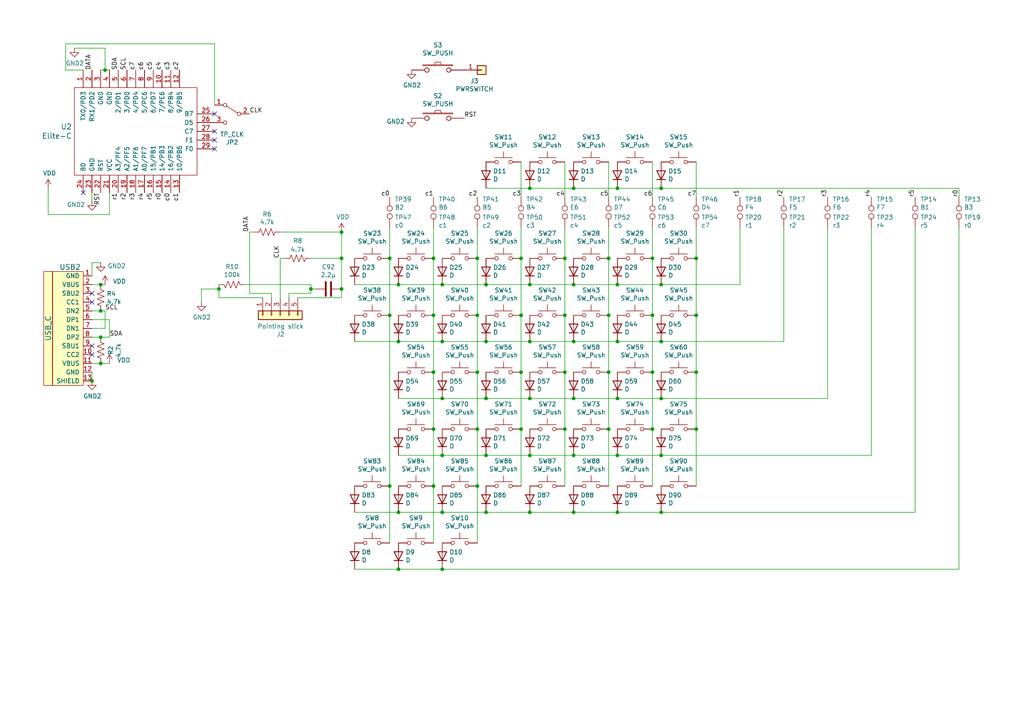
<source format=kicad_sch>
(kicad_sch (version 20211123) (generator eeschema)
  (paper "A4")
  (title_block (title "ThinKeys13") (rev "v0.2") (company "Modulo Industries"))
  (junction (at 113.03 74.93))
  (junction (at 138.43 140.97))
  (junction (at 179.07 148.59))
  (junction (at 113.03 91.44))
  (junction (at 115.57 99.06))
  (junction (at 29.21 90.17))
  (junction (at 153.67 148.59))
  (junction (at 179.07 99.06))
  (junction (at 189.23 91.44))
  (junction (at 201.93 124.46))
  (junction (at 90.17 83.82))
  (junction (at 153.67 82.55))
  (junction (at 163.83 124.46))
  (junction (at 138.43 107.95))
  (junction (at 166.37 54.61))
  (junction (at 191.77 54.61))
  (junction (at 191.77 99.06))
  (junction (at 29.21 82.55))
  (junction (at 163.83 74.93))
  (junction (at 176.53 91.44))
  (junction (at 140.97 115.57))
  (junction (at 153.67 115.57))
  (junction (at 166.37 115.57))
  (junction (at 189.23 124.46))
  (junction (at 191.77 148.59))
  (junction (at 99.06 74.93))
  (junction (at 99.06 83.82))
  (junction (at 138.43 74.93))
  (junction (at 140.97 99.06))
  (junction (at 29.21 97.79))
  (junction (at 166.37 132.08))
  (junction (at 166.37 148.59))
  (junction (at 128.27 115.57))
  (junction (at 151.13 124.46))
  (junction (at 176.53 107.95))
  (junction (at 125.73 91.44))
  (junction (at 128.27 99.06))
  (junction (at 151.13 91.44))
  (junction (at 191.77 115.57))
  (junction (at 125.73 74.93))
  (junction (at 201.93 91.44))
  (junction (at 113.03 140.97))
  (junction (at 151.13 107.95))
  (junction (at 138.43 91.44))
  (junction (at 26.67 110.49))
  (junction (at 115.57 82.55))
  (junction (at 30.48 20.32))
  (junction (at 201.93 74.93))
  (junction (at 153.67 54.61))
  (junction (at 63.5 83.82))
  (junction (at 138.43 124.46))
  (junction (at 153.67 99.06))
  (junction (at 128.27 148.59))
  (junction (at 179.07 82.55))
  (junction (at 191.77 132.08))
  (junction (at 163.83 91.44))
  (junction (at 29.21 105.41))
  (junction (at 179.07 115.57))
  (junction (at 125.73 124.46))
  (junction (at 179.07 54.61))
  (junction (at 166.37 99.06))
  (junction (at 176.53 124.46))
  (junction (at 151.13 74.93))
  (junction (at 128.27 132.08))
  (junction (at 128.27 82.55))
  (junction (at 115.57 148.59))
  (junction (at 163.83 107.95))
  (junction (at 99.06 67.31))
  (junction (at 140.97 82.55))
  (junction (at 191.77 82.55))
  (junction (at 189.23 107.95))
  (junction (at 179.07 132.08))
  (junction (at 201.93 107.95))
  (junction (at 166.37 82.55))
  (junction (at 115.57 165.1))
  (junction (at 140.97 132.08))
  (junction (at 153.67 132.08))
  (junction (at 125.73 140.97))
  (junction (at 176.53 74.93))
  (junction (at 189.23 74.93))
  (junction (at 125.73 107.95))
  (junction (at 140.97 148.59))
  (junction (at 128.27 165.1))
  (no_connect (at 26.67 100.33))
  (no_connect (at 62.23 33.02))
  (no_connect (at 26.67 87.63))
  (no_connect (at 62.23 38.1))
  (no_connect (at 26.67 85.09))
  (no_connect (at 26.67 102.87))
  (no_connect (at 24.13 55.88))
  (no_connect (at 62.23 43.18))
  (no_connect (at 62.23 40.64))
  (wire (pts (xy 166.37 82.55) (xy 153.67 82.55)))
  (wire (pts (xy 128.27 99.06) (xy 140.97 99.06)))
  (wire (pts (xy 166.37 132.08) (xy 179.07 132.08)))
  (wire (pts (xy 191.77 148.59) (xy 179.07 148.59)))
  (wire (pts (xy 227.33 66.04) (xy 227.33 99.06)))
  (wire (pts (xy 99.06 74.93) (xy 99.06 83.82)))
  (wire (pts (xy 113.03 66.04) (xy 113.03 74.93)))
  (wire (pts (xy 191.77 148.59) (xy 265.43 148.59)))
  (wire (pts (xy 138.43 140.97) (xy 138.43 124.46)))
  (wire (pts (xy 81.28 74.93) (xy 82.55 74.93)))
  (wire (pts (xy 163.83 91.44) (xy 163.83 107.95)))
  (wire (pts (xy 128.27 165.1) (xy 278.13 165.1)))
  (wire (pts (xy 179.07 99.06) (xy 191.77 99.06)))
  (wire (pts (xy 115.57 148.59) (xy 102.87 148.59)))
  (wire (pts (xy 191.77 132.08) (xy 252.73 132.08)))
  (wire (pts (xy 176.53 124.46) (xy 176.53 140.97)))
  (wire (pts (xy 176.53 124.46) (xy 176.53 107.95)))
  (wire (pts (xy 90.17 82.55) (xy 90.17 83.82)))
  (wire (pts (xy 151.13 91.44) (xy 151.13 74.93)))
  (wire (pts (xy 115.57 132.08) (xy 128.27 132.08)))
  (wire (pts (xy 179.07 132.08) (xy 191.77 132.08)))
  (wire (pts (xy 240.03 115.57) (xy 240.03 66.04)))
  (wire (pts (xy 19.05 20.32) (xy 19.05 12.7)))
  (wire (pts (xy 163.83 66.04) (xy 163.83 74.93)))
  (wire (pts (xy 26.67 97.79) (xy 29.21 97.79)))
  (wire (pts (xy 26.67 90.17) (xy 29.21 90.17)))
  (wire (pts (xy 176.53 91.44) (xy 176.53 74.93)))
  (wire (pts (xy 125.73 107.95) (xy 125.73 124.46)))
  (wire (pts (xy 278.13 66.04) (xy 278.13 165.1)))
  (wire (pts (xy 102.87 165.1) (xy 115.57 165.1)))
  (wire (pts (xy 201.93 140.97) (xy 201.93 124.46)))
  (wire (pts (xy 140.97 99.06) (xy 153.67 99.06)))
  (wire (pts (xy 189.23 66.04) (xy 189.23 74.93)))
  (wire (pts (xy 252.73 66.04) (xy 252.73 132.08)))
  (wire (pts (xy 83.82 85.09) (xy 83.82 86.36)))
  (wire (pts (xy 90.17 85.09) (xy 83.82 85.09)))
  (wire (pts (xy 163.83 74.93) (xy 163.83 91.44)))
  (wire (pts (xy 138.43 74.93) (xy 138.43 91.44)))
  (wire (pts (xy 138.43 74.93) (xy 138.43 66.04)))
  (wire (pts (xy 189.23 140.97) (xy 189.23 124.46)))
  (wire (pts (xy 29.21 105.41) (xy 31.75 105.41)))
  (wire (pts (xy 31.75 62.23) (xy 13.97 62.23)))
  (wire (pts (xy 151.13 66.04) (xy 151.13 74.93)))
  (wire (pts (xy 29.21 90.17) (xy 30.48 90.17)))
  (wire (pts (xy 62.23 30.48) (xy 62.23 12.7)))
  (wire (pts (xy 31.75 92.71) (xy 31.75 97.79)))
  (wire (pts (xy 76.2 86.36) (xy 63.5 86.36)))
  (wire (pts (xy 26.67 82.55) (xy 29.21 82.55)))
  (wire (pts (xy 29.21 76.2) (xy 26.67 76.2)))
  (wire (pts (xy 128.27 115.57) (xy 115.57 115.57)))
  (wire (pts (xy 125.73 140.97) (xy 125.73 157.48)))
  (wire (pts (xy 26.67 107.95) (xy 26.67 110.49)))
  (wire (pts (xy 115.57 99.06) (xy 128.27 99.06)))
  (wire (pts (xy 179.07 115.57) (xy 166.37 115.57)))
  (wire (pts (xy 58.42 83.82) (xy 63.5 83.82)))
  (wire (pts (xy 191.77 99.06) (xy 227.33 99.06)))
  (wire (pts (xy 179.07 82.55) (xy 166.37 82.55)))
  (wire (pts (xy 176.53 107.95) (xy 176.53 91.44)))
  (wire (pts (xy 166.37 148.59) (xy 153.67 148.59)))
  (wire (pts (xy 30.48 95.25) (xy 30.48 90.17)))
  (wire (pts (xy 26.67 58.42) (xy 26.67 55.88)))
  (wire (pts (xy 151.13 124.46) (xy 151.13 107.95)))
  (wire (pts (xy 151.13 124.46) (xy 151.13 140.97)))
  (wire (pts (xy 138.43 107.95) (xy 138.43 124.46)))
  (wire (pts (xy 265.43 148.59) (xy 265.43 66.04)))
  (wire (pts (xy 201.93 107.95) (xy 201.93 124.46)))
  (wire (pts (xy 81.28 67.31) (xy 99.06 67.31)))
  (wire (pts (xy 125.73 66.04) (xy 125.73 74.93)))
  (wire (pts (xy 201.93 74.93) (xy 201.93 66.04)))
  (wire (pts (xy 153.67 82.55) (xy 140.97 82.55)))
  (wire (pts (xy 102.87 99.06) (xy 115.57 99.06)))
  (wire (pts (xy 163.83 140.97) (xy 163.83 124.46)))
  (wire (pts (xy 191.77 115.57) (xy 240.03 115.57)))
  (wire (pts (xy 153.67 99.06) (xy 166.37 99.06)))
  (wire (pts (xy 191.77 82.55) (xy 179.07 82.55)))
  (wire (pts (xy 153.67 54.61) (xy 166.37 54.61)))
  (wire (pts (xy 140.97 82.55) (xy 128.27 82.55)))
  (wire (pts (xy 63.5 83.82) (xy 63.5 86.36)))
  (wire (pts (xy 72.39 67.31) (xy 72.39 85.09)))
  (wire (pts (xy 179.07 54.61) (xy 191.77 54.61)))
  (wire (pts (xy 31.75 92.71) (xy 26.67 92.71)))
  (wire (pts (xy 19.05 20.32) (xy 24.13 20.32)))
  (wire (pts (xy 90.17 83.82) (xy 90.17 85.09)))
  (wire (pts (xy 113.03 140.97) (xy 113.03 157.48)))
  (wire (pts (xy 140.97 54.61) (xy 153.67 54.61)))
  (wire (pts (xy 140.97 132.08) (xy 153.67 132.08)))
  (wire (pts (xy 125.73 74.93) (xy 125.73 91.44)))
  (wire (pts (xy 189.23 57.15) (xy 189.23 46.99)))
  (wire (pts (xy 189.23 74.93) (xy 189.23 91.44)))
  (wire (pts (xy 113.03 74.93) (xy 113.03 91.44)))
  (wire (pts (xy 176.53 66.04) (xy 176.53 74.93)))
  (wire (pts (xy 189.23 107.95) (xy 189.23 124.46)))
  (wire (pts (xy 91.44 83.82) (xy 90.17 83.82)))
  (wire (pts (xy 81.28 74.93) (xy 81.28 86.36)))
  (wire (pts (xy 163.83 107.95) (xy 163.83 124.46)))
  (wire (pts (xy 78.74 85.09) (xy 78.74 86.36)))
  (wire (pts (xy 13.97 62.23) (xy 13.97 54.61)))
  (wire (pts (xy 191.77 82.55) (xy 214.63 82.55)))
  (wire (pts (xy 71.12 82.55) (xy 90.17 82.55)))
  (wire (pts (xy 201.93 74.93) (xy 201.93 91.44)))
  (wire (pts (xy 278.13 54.61) (xy 278.13 57.15)))
  (wire (pts (xy 153.67 132.08) (xy 166.37 132.08)))
  (wire (pts (xy 30.48 95.25) (xy 26.67 95.25)))
  (wire (pts (xy 63.5 83.82) (xy 63.5 82.55)))
  (wire (pts (xy 176.53 46.99) (xy 176.53 57.15)))
  (wire (pts (xy 86.36 86.36) (xy 99.06 86.36)))
  (wire (pts (xy 214.63 82.55) (xy 214.63 66.04)))
  (wire (pts (xy 115.57 165.1) (xy 128.27 165.1)))
  (wire (pts (xy 29.21 97.79) (xy 31.75 97.79)))
  (wire (pts (xy 30.48 20.32) (xy 31.75 20.32)))
  (wire (pts (xy 189.23 91.44) (xy 189.23 107.95)))
  (wire (pts (xy 201.93 46.99) (xy 201.93 57.15)))
  (wire (pts (xy 153.67 148.59) (xy 140.97 148.59)))
  (wire (pts (xy 30.48 13.97) (xy 21.59 13.97)))
  (wire (pts (xy 166.37 54.61) (xy 179.07 54.61)))
  (wire (pts (xy 113.03 91.44) (xy 113.03 140.97)))
  (wire (pts (xy 115.57 82.55) (xy 102.87 82.55)))
  (wire (pts (xy 140.97 148.59) (xy 128.27 148.59)))
  (wire (pts (xy 201.93 91.44) (xy 201.93 107.95)))
  (wire (pts (xy 29.21 82.55) (xy 30.48 82.55)))
  (wire (pts (xy 166.37 115.57) (xy 153.67 115.57)))
  (wire (pts (xy 72.39 67.31) (xy 73.66 67.31)))
  (wire (pts (xy 151.13 107.95) (xy 151.13 91.44)))
  (wire (pts (xy 140.97 115.57) (xy 128.27 115.57)))
  (wire (pts (xy 179.07 148.59) (xy 166.37 148.59)))
  (wire (pts (xy 125.73 124.46) (xy 125.73 140.97)))
  (wire (pts (xy 153.67 115.57) (xy 140.97 115.57)))
  (wire (pts (xy 163.83 46.99) (xy 163.83 57.15)))
  (wire (pts (xy 31.75 55.88) (xy 31.75 62.23)))
  (wire (pts (xy 138.43 91.44) (xy 138.43 107.95)))
  (wire (pts (xy 138.43 140.97) (xy 138.43 157.48)))
  (wire (pts (xy 128.27 148.59) (xy 115.57 148.59)))
  (wire (pts (xy 30.48 13.97) (xy 30.48 20.32)))
  (wire (pts (xy 26.67 105.41) (xy 29.21 105.41)))
  (wire (pts (xy 191.77 54.61) (xy 278.13 54.61)))
  (wire (pts (xy 128.27 82.55) (xy 115.57 82.55)))
  (wire (pts (xy 128.27 132.08) (xy 140.97 132.08)))
  (wire (pts (xy 166.37 99.06) (xy 179.07 99.06)))
  (wire (pts (xy 19.05 12.7) (xy 62.23 12.7)))
  (wire (pts (xy 29.21 20.32) (xy 30.48 20.32)))
  (wire (pts (xy 191.77 115.57) (xy 179.07 115.57)))
  (wire (pts (xy 99.06 83.82) (xy 99.06 86.36)))
  (wire (pts (xy 58.42 87.63) (xy 58.42 83.82)))
  (wire (pts (xy 125.73 91.44) (xy 125.73 107.95)))
  (wire (pts (xy 72.39 85.09) (xy 78.74 85.09)))
  (wire (pts (xy 151.13 46.99) (xy 151.13 57.15)))
  (wire (pts (xy 26.67 80.01) (xy 26.67 76.2)))
  (wire (pts (xy 90.17 74.93) (xy 99.06 74.93)))
  (wire (pts (xy 99.06 67.31) (xy 99.06 74.93)))
  (label "c6" (at 41.91 20.32 90))
  (label "SCL" (at 30.48 90.17 0))
  (label "c3" (at 151.13 57.15 180))
  (label "c0" (at 113.03 57.15 180))
  (label "c3" (at 49.53 20.32 90))
  (label "r0" (at 278.13 57.15 90))
  (label "c4" (at 46.99 20.32 90))
  (label "SCL" (at 36.83 20.32 90))
  (label "r4" (at 252.73 57.15 90))
  (label "r3" (at 240.03 57.15 90))
  (label "r5" (at 44.45 55.88 270))
  (label "c6" (at 189.23 57.15 180))
  (label "c5" (at 44.45 20.32 90))
  (label "c4" (at 163.83 57.15 180))
  (label "SDA" (at 34.29 20.32 90))
  (label "RST" (at 29.21 55.88 270))
  (label "DATA" (at 26.67 20.32 90))
  (label "r1" (at 34.29 55.88 270))
  (label "r4" (at 41.91 55.88 270))
  (label "c1" (at 125.73 57.15 180))
  (label "r5" (at 265.43 57.15 90))
  (label "r1" (at 214.63 57.15 90))
  (label "c7" (at 39.37 20.32 90))
  (label "r0" (at 46.99 55.88 270))
  (label "r3" (at 39.37 55.88 270))
  (label "r2" (at 227.33 57.15 90))
  (label "c5" (at 176.53 57.15 180))
  (label "RST" (at 134.62 34.29 0))
  (label "DATA" (at 72.39 67.31 90))
  (label "CLK" (at 81.28 74.93 90))
  (label "c2" (at 52.07 20.32 90))
  (label "c1" (at 52.07 55.88 270))
  (label "r2" (at 36.83 55.88 270))
  (label "CLK" (at 72.39 33.02 0))
  (label "c7" (at 201.93 57.15 180))
  (label "c2" (at 138.43 57.15 180))
  (label "c0" (at 49.53 55.88 270))
  (label "SDA" (at 31.75 97.79 0))
  (symbol (lib_id "kbd:SW_PUSH") (at 127 20.32 0) (unit 1)
    (property "Reference" "S3" (at 127 13.081 0))
    (property "Value" "SW_PUSH" (at 127 15.3924 0))
    (property "Footprint" "Button_Switch_SMD:SW_SPST_EVQQ2" (effects hide))
    (property "LCSC Part" "C713483" (effects hide))
  )
  (symbol (lib_id "Connector_Generic:Conn_01x01") (at 139.7 20.32 0) (mirror x) (unit 1)
    (property "Reference" "J3" (at 137.6172 23.495 0))
    (property "Value" "PWRSWITCH" (at 137.6172 25.8064 0))
    (property "Footprint" "libmodulo:PinHeader_1x01_P2.54mm_Horizontal" (effects hide))
  )
  (symbol (lib_id "kbd:SW_PUSH") (at 127 34.29 0) (mirror y) (unit 1)
    (property "Reference" "S2" (at 127 27.813 0))
    (property "Value" "SW_PUSH" (at 127 30.1244 0))
    (property "Footprint" "Button_Switch_SMD:SW_SPST_EVQQ2" (effects hide))
    (property "LCSC Part" "C713483" (effects hide))
  )
  (symbol (lib_id "power:GND2") (at 26.67 58.42 0) (unit 1)
    (property "Reference" "#PWR0105" (effects hide))
    (property "Value" "GND2" (at 24.6888 59.3598 0) (effects (justify right)))
  )
  (symbol (lib_id "power:GND2") (at 21.59 13.97 0) (unit 1)
    (property "Reference" "#PWR0106" (effects hide))
    (property "Value" "GND2" (at 21.717 18.3642 0))
  )
  (symbol (lib_id "Connector:TestPoint") (at 176.53 66.04 0) (unit 1)
    (property "Reference" "TP52" (at 178.0032 63.0428 0) (effects (justify left)))
    (property "Value" "c5" (at 178.0032 65.3542 0) (effects (justify left)))
    (property "Footprint" "libmodulo:THTPad_4.0x4.0mm_Drill2.0mm" (effects hide))
  )
  (symbol (lib_id "Connector:TestPoint") (at 163.83 66.04 0) (unit 1)
    (property "Reference" "TP51" (at 165.3032 63.0428 0) (effects (justify left)))
    (property "Value" "c4" (at 165.3032 65.3542 0) (effects (justify left)))
    (property "Footprint" "libmodulo:THTPad_4.0x4.0mm_Drill2.0mm" (effects hide))
  )
  (symbol (lib_id "Connector:TestPoint") (at 151.13 66.04 0) (unit 1)
    (property "Reference" "TP50" (at 152.6032 63.0428 0) (effects (justify left)))
    (property "Value" "c3" (at 152.6032 65.3542 0) (effects (justify left)))
    (property "Footprint" "libmodulo:THTPad_4.0x4.0mm_Drill2.0mm" (effects hide))
  )
  (symbol (lib_id "Connector:TestPoint") (at 138.43 66.04 0) (unit 1)
    (property "Reference" "TP49" (at 139.9032 63.0428 0) (effects (justify left)))
    (property "Value" "c2" (at 139.9032 65.3542 0) (effects (justify left)))
    (property "Footprint" "libmodulo:THTPad_4.0x4.0mm_Drill2.0mm" (effects hide))
  )
  (symbol (lib_id "Connector:TestPoint") (at 125.73 66.04 0) (unit 1)
    (property "Reference" "TP48" (at 127.2032 63.0428 0) (effects (justify left)))
    (property "Value" "c1" (at 127.2032 65.3542 0) (effects (justify left)))
    (property "Footprint" "libmodulo:THTPad_4.0x4.0mm_Drill2.0mm" (effects hide))
  )
  (symbol (lib_id "Connector:TestPoint") (at 189.23 66.04 0) (unit 1)
    (property "Reference" "TP53" (at 190.7032 63.0428 0) (effects (justify left)))
    (property "Value" "c6" (at 190.7032 65.3542 0) (effects (justify left)))
    (property "Footprint" "libmodulo:THTPad_4.0x4.0mm_Drill2.0mm" (effects hide))
  )
  (symbol (lib_id "Connector:TestPoint") (at 138.43 57.15 180) (unit 1)
    (property "Reference" "TP41" (at 139.9032 57.8104 0) (effects (justify right)))
    (property "Value" "B5" (at 139.9032 60.1218 0) (effects (justify right)))
    (property "Footprint" "libmodulo:SMDPad_4.0x2.0mm" (effects hide))
  )
  (symbol (lib_id "Connector:TestPoint") (at 151.13 57.15 180) (unit 1)
    (property "Reference" "TP42" (at 152.6032 57.8104 0) (effects (justify right)))
    (property "Value" "B4" (at 152.6032 60.1218 0) (effects (justify right)))
    (property "Footprint" "libmodulo:SMDPad_4.0x2.0mm" (effects hide))
  )
  (symbol (lib_id "Connector:TestPoint") (at 163.83 57.15 180) (unit 1)
    (property "Reference" "TP43" (at 165.3032 57.8104 0) (effects (justify right)))
    (property "Value" "E6" (at 165.3032 60.1218 0) (effects (justify right)))
    (property "Footprint" "libmodulo:SMDPad_4.0x2.0mm" (effects hide))
  )
  (symbol (lib_id "Connector:TestPoint") (at 176.53 57.15 180) (unit 1)
    (property "Reference" "TP44" (at 178.0032 57.8104 0) (effects (justify right)))
    (property "Value" "D7" (at 178.0032 60.1218 0) (effects (justify right)))
    (property "Footprint" "libmodulo:SMDPad_4.0x2.0mm" (effects hide))
  )
  (symbol (lib_id "Connector:TestPoint") (at 189.23 57.15 180) (unit 1)
    (property "Reference" "TP45" (at 190.7032 57.8104 0) (effects (justify right)))
    (property "Value" "C6" (at 190.7032 60.1218 0) (effects (justify right)))
    (property "Footprint" "libmodulo:SMDPad_4.0x2.0mm" (effects hide))
  )
  (symbol (lib_id "Connector:TestPoint") (at 113.03 57.15 180) (unit 1)
    (property "Reference" "TP39" (at 114.5032 57.8104 0) (effects (justify right)))
    (property "Value" "B2" (at 114.5032 60.1218 0) (effects (justify right)))
    (property "Footprint" "libmodulo:SMDPad_4.0x2.0mm" (effects hide))
  )
  (symbol (lib_id "Connector:TestPoint") (at 125.73 57.15 180) (unit 1)
    (property "Reference" "TP40" (at 127.2032 57.8104 0) (effects (justify right)))
    (property "Value" "B6" (at 127.2032 60.1218 0) (effects (justify right)))
    (property "Footprint" "libmodulo:SMDPad_4.0x2.0mm" (effects hide))
  )
  (symbol (lib_id "Connector:TestPoint") (at 113.03 66.04 0) (unit 1)
    (property "Reference" "TP47" (at 114.5032 63.0428 0) (effects (justify left)))
    (property "Value" "c0" (at 114.5032 65.3542 0) (effects (justify left)))
    (property "Footprint" "libmodulo:THTPad_4.0x4.0mm_Drill2.0mm" (effects hide))
  )
  (symbol (lib_id "Connector:TestPoint") (at 201.93 66.04 0) (unit 1)
    (property "Reference" "TP54" (at 203.4032 63.0428 0) (effects (justify left)))
    (property "Value" "c7" (at 203.4032 65.3542 0) (effects (justify left)))
    (property "Footprint" "libmodulo:THTPad_4.0x4.0mm_Drill2.0mm" (effects hide))
  )
  (symbol (lib_id "Connector:TestPoint") (at 201.93 57.15 180) (unit 1)
    (property "Reference" "TP46" (at 203.4032 57.8104 0) (effects (justify right)))
    (property "Value" "D4" (at 203.4032 60.1218 0) (effects (justify right)))
    (property "Footprint" "libmodulo:SMDPad_4.0x2.0mm" (effects hide))
  )
  (symbol (lib_id "keebio:HRO-TYPE-C-31-M-12") (at 24.13 93.98 0) (unit 1)
    (property "Reference" "USB2" (at 20.32 77.47 0) (effects (font (size 1.524 1.524))))
    (property "Value" "USB_C" (at 13.97 95.25 90) (effects (font (size 1.524 1.524))))
    (property "Footprint" "libmodulo:HRO-TYPE-C-31-M-12" (effects hide))
    (property "LCSC Part" "C165948" (effects hide))
  )
  (symbol (lib_id "power:GND2") (at 26.67 110.49 0) (unit 1)
    (property "Reference" "#PWR0103" (effects hide))
    (property "Value" "GND2" (at 26.797 114.8842 0))
  )
  (symbol (lib_id "power:GND2") (at 29.21 76.2 0) (mirror y) (unit 1)
    (property "Reference" "#PWR0104" (effects hide))
    (property "Value" "GND2" (at 31.1912 77.1398 0) (effects (justify right)))
  )
  (symbol (lib_id "Connector:TestPoint") (at 278.13 66.04 0) (mirror y) (unit 1)
    (property "Reference" "TP19" (at 279.6032 63.0428 0) (effects (justify right)))
    (property "Value" "r0" (at 279.6032 65.3542 0) (effects (justify right)))
    (property "Footprint" "libmodulo:THTPad_4.0x4.0mm_Drill2.0mm" (effects hide))
  )
  (symbol (lib_id "Connector:TestPoint") (at 214.63 57.15 180) (unit 1)
    (property "Reference" "TP18" (at 216.1032 57.8104 0) (effects (justify right)))
    (property "Value" "F4" (at 216.1032 60.1218 0) (effects (justify right)))
    (property "Footprint" "libmodulo:SMDPad_4.0x2.0mm" (effects hide))
  )
  (symbol (lib_id "Connector:TestPoint") (at 227.33 57.15 180) (unit 1)
    (property "Reference" "TP17" (at 228.8032 57.8104 0) (effects (justify right)))
    (property "Value" "F5" (at 228.8032 60.1218 0) (effects (justify right)))
    (property "Footprint" "libmodulo:SMDPad_4.0x2.0mm" (effects hide))
  )
  (symbol (lib_id "Connector:TestPoint") (at 240.03 57.15 180) (unit 1)
    (property "Reference" "TP16" (at 241.5032 57.8104 0) (effects (justify right)))
    (property "Value" "F6" (at 241.5032 60.1218 0) (effects (justify right)))
    (property "Footprint" "libmodulo:SMDPad_4.0x2.0mm" (effects hide))
  )
  (symbol (lib_id "Connector:TestPoint") (at 252.73 57.15 180) (unit 1)
    (property "Reference" "TP15" (at 254.2032 57.8104 0) (effects (justify right)))
    (property "Value" "F7" (at 254.2032 60.1218 0) (effects (justify right)))
    (property "Footprint" "libmodulo:SMDPad_4.0x2.0mm" (effects hide))
  )
  (symbol (lib_id "Connector:TestPoint") (at 265.43 57.15 180) (unit 1)
    (property "Reference" "TP14" (at 266.9032 57.8104 0) (effects (justify right)))
    (property "Value" "B1" (at 266.9032 60.1218 0) (effects (justify right)))
    (property "Footprint" "libmodulo:SMDPad_4.0x2.0mm" (effects hide))
  )
  (symbol (lib_id "Connector:TestPoint") (at 278.13 57.15 180) (unit 1)
    (property "Reference" "TP13" (at 279.6032 57.8104 0) (effects (justify right)))
    (property "Value" "B3" (at 279.6032 60.1218 0) (effects (justify right)))
    (property "Footprint" "libmodulo:SMDPad_4.0x2.0mm" (effects hide))
  )
  (symbol (lib_id "Connector:TestPoint") (at 214.63 66.04 0) (mirror y) (unit 1)
    (property "Reference" "TP20" (at 216.1032 63.0428 0) (effects (justify right)))
    (property "Value" "r1" (at 216.1032 65.3542 0) (effects (justify right)))
    (property "Footprint" "libmodulo:THTPad_4.0x4.0mm_Drill2.0mm" (effects hide))
  )
  (symbol (lib_id "Connector:TestPoint") (at 227.33 66.04 0) (mirror y) (unit 1)
    (property "Reference" "TP21" (at 228.8032 63.0428 0) (effects (justify right)))
    (property "Value" "r2" (at 228.8032 65.3542 0) (effects (justify right)))
    (property "Footprint" "libmodulo:THTPad_4.0x4.0mm_Drill2.0mm" (effects hide))
  )
  (symbol (lib_id "Connector:TestPoint") (at 240.03 66.04 0) (mirror y) (unit 1)
    (property "Reference" "TP22" (at 241.5032 63.0428 0) (effects (justify right)))
    (property "Value" "r3" (at 241.5032 65.3542 0) (effects (justify right)))
    (property "Footprint" "libmodulo:THTPad_4.0x4.0mm_Drill2.0mm" (effects hide))
  )
  (symbol (lib_id "Connector:TestPoint") (at 252.73 66.04 0) (mirror y) (unit 1)
    (property "Reference" "TP23" (at 254.2032 63.0428 0) (effects (justify right)))
    (property "Value" "r4" (at 254.2032 65.3542 0) (effects (justify right)))
    (property "Footprint" "libmodulo:THTPad_4.0x4.0mm_Drill2.0mm" (effects hide))
  )
  (symbol (lib_id "Connector:TestPoint") (at 265.43 66.04 0) (mirror y) (unit 1)
    (property "Reference" "TP24" (at 266.9032 63.0428 0) (effects (justify right)))
    (property "Value" "r5" (at 266.9032 65.3542 0) (effects (justify right)))
    (property "Footprint" "libmodulo:THTPad_4.0x4.0mm_Drill2.0mm" (effects hide))
  )
  (symbol (lib_id "power:GND2") (at 119.38 34.29 0) (unit 1)
    (property "Reference" "#PWR0132" (effects hide))
    (property "Value" "GND2" (at 117.3988 35.2298 0) (effects (justify right)))
  )
  (symbol (lib_id "Device:D") (at 140.97 50.8 90) (unit 1)
    (property "Reference" "D11" (at 143.002 49.6316 90) (effects (justify right)))
    (property "Value" "D" (at 143.002 51.943 90) (effects (justify right)))
    (property "Footprint" "libmodulo:D_SOD-123" (effects hide))
    (property "LCSC Part" "C64898" (effects hide))
  )
  (symbol (lib_id "Switch:SW_Push") (at 120.65 74.93 0) (unit 1)
    (property "Reference" "SW24" (at 120.65 67.691 0))
    (property "Value" "SW_Push" (at 120.65 70.0024 0))
    (property "Footprint" "libmodulo:SW_MX-ALPS-ChocV1_V2-X-PG1280_PCB" (effects hide))
  )
  (symbol (lib_id "Switch:SW_Push") (at 107.95 74.93 0) (unit 1)
    (property "Reference" "SW23" (at 107.95 67.691 0))
    (property "Value" "SW_Push" (at 107.95 70.0024 0))
    (property "Footprint" "libmodulo:SW_MX-ALPS-ChocV1_V2-X-PG1280_PCB" (effects hide))
  )
  (symbol (lib_id "Device:D") (at 166.37 95.25 90) (unit 1)
    (property "Reference" "D43" (at 168.402 94.0816 90) (effects (justify right)))
    (property "Value" "D" (at 168.402 96.393 90) (effects (justify right)))
    (property "Footprint" "libmodulo:D_SOD-123" (effects hide))
    (property "LCSC Part" "C64898" (effects hide))
  )
  (symbol (lib_id "Switch:SW_Push") (at 158.75 91.44 0) (unit 1)
    (property "Reference" "SW42" (at 158.75 84.201 0))
    (property "Value" "SW_Push" (at 158.75 86.5124 0))
    (property "Footprint" "libmodulo:SW_MX-ALPS-ChocV1_V2-X-PG1280_PCB" (effects hide))
  )
  (symbol (lib_id "Switch:SW_Push") (at 146.05 91.44 0) (unit 1)
    (property "Reference" "SW41" (at 146.05 84.201 0))
    (property "Value" "SW_Push" (at 146.05 86.5124 0))
    (property "Footprint" "libmodulo:SW_MX-ALPS-ChocV1_V2-X-PG1280_PCB" (effects hide))
  )
  (symbol (lib_id "Device:D") (at 140.97 95.25 90) (unit 1)
    (property "Reference" "D41" (at 143.002 94.0816 90) (effects (justify right)))
    (property "Value" "D" (at 143.002 96.393 90) (effects (justify right)))
    (property "Footprint" "libmodulo:D_SOD-123" (effects hide))
    (property "LCSC Part" "C64898" (effects hide))
  )
  (symbol (lib_id "Switch:SW_Push") (at 133.35 91.44 0) (unit 1)
    (property "Reference" "SW40" (at 133.35 84.201 0))
    (property "Value" "SW_Push" (at 133.35 86.5124 0))
    (property "Footprint" "libmodulo:SW_MX-ALPS-ChocV1_V2-X-PG1280_PCB" (effects hide))
  )
  (symbol (lib_id "Switch:SW_Push") (at 184.15 140.97 0) (unit 1)
    (property "Reference" "SW89" (at 184.15 133.731 0))
    (property "Value" "SW_Push" (at 184.15 136.0424 0))
    (property "Footprint" "libmodulo:SW_MX-ALPS-ChocV1_V2-X-PG1280_PCB" (effects hide))
  )
  (symbol (lib_id "Switch:SW_Push") (at 133.35 140.97 0) (unit 1)
    (property "Reference" "SW85" (at 133.35 133.731 0))
    (property "Value" "SW_Push" (at 133.35 136.0424 0))
    (property "Footprint" "libmodulo:SW_MX-ALPS-ChocV1_V2-X-PG1280_PCB" (effects hide))
  )
  (symbol (lib_id "Device:D") (at 191.77 78.74 90) (unit 1)
    (property "Reference" "D30" (at 193.802 77.5716 90) (effects (justify right)))
    (property "Value" "D" (at 193.802 79.883 90) (effects (justify right)))
    (property "Footprint" "libmodulo:D_SOD-123" (effects hide))
    (property "LCSC Part" "C64898" (effects hide))
  )
  (symbol (lib_id "Switch:SW_Push") (at 196.85 91.44 0) (unit 1)
    (property "Reference" "SW45" (at 196.85 84.201 0))
    (property "Value" "SW_Push" (at 196.85 86.5124 0))
    (property "Footprint" "libmodulo:SW_MX-ALPS-ChocV1_V2-X-PG1280_PCB" (effects hide))
  )
  (symbol (lib_id "Device:R_US") (at 86.36 74.93 90) (unit 1)
    (property "Reference" "R8" (at 86.36 69.85 90))
    (property "Value" "4.7k" (at 86.36 72.39 90))
    (property "Footprint" "Resistor_SMD:R_1206_3216Metric_Pad1.30x1.75mm_HandSolder" (effects hide))
    (property "LCSC Part" "C17936" (effects hide))
  )
  (symbol (lib_id "Device:R_US") (at 29.21 101.6 0) (unit 1)
    (property "Reference" "R2" (at 32.0802 101.6 90))
    (property "Value" "4.7k" (at 34.3916 101.6 90))
    (property "Footprint" "Resistor_SMD:R_1206_3216Metric_Pad1.30x1.75mm_HandSolder" (effects hide))
    (property "LCSC Part" "C17936" (effects hide))
  )
  (symbol (lib_id "Switch:SW_Push") (at 184.15 74.93 0) (unit 1)
    (property "Reference" "SW29" (at 184.15 67.691 0))
    (property "Value" "SW_Push" (at 184.15 70.0024 0))
    (property "Footprint" "libmodulo:SW_MX-ALPS-ChocV1_V2-X-PG1280_PCB" (effects hide))
  )
  (symbol (lib_id "Switch:SW_Push") (at 158.75 74.93 0) (unit 1)
    (property "Reference" "SW27" (at 158.75 67.691 0))
    (property "Value" "SW_Push" (at 158.75 70.0024 0))
    (property "Footprint" "libmodulo:SW_MX-ALPS-ChocV1_V2-X-PG1280_PCB" (effects hide))
  )
  (symbol (lib_id "Switch:SW_Push") (at 146.05 74.93 0) (unit 1)
    (property "Reference" "SW26" (at 146.05 67.691 0))
    (property "Value" "SW_Push" (at 146.05 70.0024 0))
    (property "Footprint" "libmodulo:SW_MX-ALPS-ChocV1_V2-X-PG1280_PCB" (effects hide))
  )
  (symbol (lib_id "Device:D") (at 140.97 78.74 90) (unit 1)
    (property "Reference" "D26" (at 143.002 77.5716 90) (effects (justify right)))
    (property "Value" "D" (at 143.002 79.883 90) (effects (justify right)))
    (property "Footprint" "libmodulo:D_SOD-123" (effects hide))
    (property "LCSC Part" "C64898" (effects hide))
  )
  (symbol (lib_id "Switch:SW_Push") (at 133.35 74.93 0) (unit 1)
    (property "Reference" "SW25" (at 133.35 67.691 0))
    (property "Value" "SW_Push" (at 133.35 70.0024 0))
    (property "Footprint" "libmodulo:SW_MX-ALPS-ChocV1_V2-X-PG1280_PCB" (effects hide))
  )
  (symbol (lib_id "Device:D") (at 102.87 95.25 90) (unit 1)
    (property "Reference" "D38" (at 104.902 94.0816 90) (effects (justify right)))
    (property "Value" "D" (at 104.902 96.393 90) (effects (justify right)))
    (property "Footprint" "libmodulo:D_SOD-123" (effects hide))
    (property "LCSC Part" "C64898" (effects hide))
  )
  (symbol (lib_id "Switch:SW_Push") (at 184.15 107.95 0) (unit 1)
    (property "Reference" "SW59" (at 184.15 100.711 0))
    (property "Value" "SW_Push" (at 184.15 103.0224 0))
    (property "Footprint" "libmodulo:SW_MX-ALPS-ChocV1_V2-X-PG1280_PCB" (effects hide))
  )
  (symbol (lib_id "Switch:SW_Push") (at 133.35 107.95 0) (unit 1)
    (property "Reference" "SW55" (at 133.35 100.711 0))
    (property "Value" "SW_Push" (at 133.35 103.0224 0))
    (property "Footprint" "libmodulo:SW_MX-ALPS-ChocV1_V2-X-PG1280_PCB" (effects hide))
  )
  (symbol (lib_id "Device:D") (at 179.07 128.27 90) (unit 1)
    (property "Reference" "D74" (at 181.102 127.1016 90) (effects (justify right)))
    (property "Value" "D" (at 181.102 129.413 90) (effects (justify right)))
    (property "Footprint" "libmodulo:D_SOD-123" (effects hide))
    (property "LCSC Part" "C64898" (effects hide))
  )
  (symbol (lib_id "Switch:SW_Push") (at 171.45 124.46 0) (unit 1)
    (property "Reference" "SW73" (at 171.45 117.221 0))
    (property "Value" "SW_Push" (at 171.45 119.5324 0))
    (property "Footprint" "libmodulo:SW_MX-ALPS-ChocV1_V2-X-PG1280_PCB" (effects hide))
  )
  (symbol (lib_id "Device:D") (at 166.37 128.27 90) (unit 1)
    (property "Reference" "D73" (at 168.402 127.1016 90) (effects (justify right)))
    (property "Value" "D" (at 168.402 129.413 90) (effects (justify right)))
    (property "Footprint" "libmodulo:D_SOD-123" (effects hide))
    (property "LCSC Part" "C64898" (effects hide))
  )
  (symbol (lib_id "Device:D") (at 166.37 144.78 90) (unit 1)
    (property "Reference" "D88" (at 168.402 143.6116 90) (effects (justify right)))
    (property "Value" "D" (at 168.402 145.923 90) (effects (justify right)))
    (property "Footprint" "libmodulo:D_SOD-123" (effects hide))
    (property "LCSC Part" "C64898" (effects hide))
  )
  (symbol (lib_id "Switch:SW_Push") (at 158.75 140.97 0) (unit 1)
    (property "Reference" "SW87" (at 158.75 133.731 0))
    (property "Value" "SW_Push" (at 158.75 136.0424 0))
    (property "Footprint" "libmodulo:SW_MX-ALPS-ChocV1_V2-X-PG1280_PCB" (effects hide))
  )
  (symbol (lib_id "Switch:SW_Push") (at 107.95 140.97 0) (unit 1)
    (property "Reference" "SW83" (at 107.95 133.731 0))
    (property "Value" "SW_Push" (at 107.95 136.0424 0))
    (property "Footprint" "libmodulo:SW_MX-ALPS-ChocV1_V2-X-PG1280_PCB" (effects hide))
  )
  (symbol (lib_id "Device:D") (at 102.87 144.78 90) (unit 1)
    (property "Reference" "D83" (at 104.902 143.6116 90) (effects (justify right)))
    (property "Value" "D" (at 104.902 145.923 90) (effects (justify right)))
    (property "Footprint" "libmodulo:D_SOD-123" (effects hide))
    (property "LCSC Part" "C64898" (effects hide))
  )
  (symbol (lib_id "Device:D") (at 191.77 50.8 90) (unit 1)
    (property "Reference" "D15" (at 193.802 49.6316 90) (effects (justify right)))
    (property "Value" "D" (at 193.802 51.943 90) (effects (justify right)))
    (property "Footprint" "libmodulo:D_SOD-123" (effects hide))
    (property "LCSC Part" "C64898" (effects hide))
  )
  (symbol (lib_id "Switch:SW_Push") (at 196.85 107.95 0) (unit 1)
    (property "Reference" "SW60" (at 196.85 100.711 0))
    (property "Value" "SW_Push" (at 196.85 103.0224 0))
    (property "Footprint" "libmodulo:SW_MX-ALPS-ChocV1_V2-X-PG1280_PCB" (effects hide))
  )
  (symbol (lib_id "Device:D") (at 191.77 111.76 90) (unit 1)
    (property "Reference" "D60" (at 193.802 110.5916 90) (effects (justify right)))
    (property "Value" "D" (at 193.802 112.903 90) (effects (justify right)))
    (property "Footprint" "libmodulo:D_SOD-123" (effects hide))
    (property "LCSC Part" "C64898" (effects hide))
  )
  (symbol (lib_id "keebio:Elite-C") (at 38.1 38.1 90) (mirror x) (unit 1)
    (property "Reference" "U2" (at 20.8788 36.7538 90) (effects (font (size 1.524 1.524)) (justify left)))
    (property "Value" "Elite-C" (at 20.8788 39.4462 90) (effects (font (size 1.524 1.524)) (justify left)))
    (property "Footprint" "libmodulo:Elite-C" (effects hide))
  )
  (symbol (lib_id "power:GND2") (at 119.38 20.32 0) (unit 1)
    (property "Reference" "#PWR054" (effects hide))
    (property "Value" "GND2" (at 119.507 24.7142 0))
  )
  (symbol (lib_id "Device:D") (at 102.87 161.29 90) (unit 1)
    (property "Reference" "D8" (at 104.902 160.1216 90) (effects (justify right)))
    (property "Value" "D" (at 104.902 162.433 90) (effects (justify right)))
    (property "Footprint" "libmodulo:D_SOD-123" (effects hide))
    (property "LCSC Part" "C64898" (effects hide))
  )
  (symbol (lib_id "Device:D") (at 153.67 50.8 90) (unit 1)
    (property "Reference" "D12" (at 155.702 49.6316 90) (effects (justify right)))
    (property "Value" "D" (at 155.702 51.943 90) (effects (justify right)))
    (property "Footprint" "libmodulo:D_SOD-123" (effects hide))
    (property "LCSC Part" "C64898" (effects hide))
  )
  (symbol (lib_id "Switch:SW_Push") (at 146.05 46.99 0) (unit 1)
    (property "Reference" "SW11" (at 146.05 39.751 0))
    (property "Value" "SW_Push" (at 146.05 42.0624 0))
    (property "Footprint" "libmodulo:SW_MX-ALPS-ChocV1_V2-X-PG1280_PCB" (effects hide))
  )
  (symbol (lib_id "Switch:SW_Push") (at 133.35 157.48 0) (unit 1)
    (property "Reference" "SW10" (at 133.35 150.241 0))
    (property "Value" "SW_Push" (at 133.35 152.5524 0))
    (property "Footprint" "libmodulo:SW_MX-ALPS-ChocV1_V2-X-PG1280_PCB" (effects hide))
  )
  (symbol (lib_id "Device:D") (at 128.27 161.29 90) (unit 1)
    (property "Reference" "D10" (at 130.302 160.1216 90) (effects (justify right)))
    (property "Value" "D" (at 130.302 162.433 90) (effects (justify right)))
    (property "Footprint" "libmodulo:D_SOD-123" (effects hide))
    (property "LCSC Part" "C64898" (effects hide))
  )
  (symbol (lib_id "Switch:SW_Push") (at 120.65 157.48 0) (unit 1)
    (property "Reference" "SW9" (at 120.65 150.241 0))
    (property "Value" "SW_Push" (at 120.65 152.5524 0))
    (property "Footprint" "libmodulo:SW_MX-ALPS-ChocV1_V2-X-PG1280_PCB" (effects hide))
  )
  (symbol (lib_id "Device:D") (at 166.37 78.74 90) (unit 1)
    (property "Reference" "D28" (at 168.402 77.5716 90) (effects (justify right)))
    (property "Value" "D" (at 168.402 79.883 90) (effects (justify right)))
    (property "Footprint" "libmodulo:D_SOD-123" (effects hide))
    (property "LCSC Part" "C64898" (effects hide))
  )
  (symbol (lib_id "Device:D") (at 153.67 78.74 90) (unit 1)
    (property "Reference" "D27" (at 155.702 77.5716 90) (effects (justify right)))
    (property "Value" "D" (at 155.702 79.883 90) (effects (justify right)))
    (property "Footprint" "libmodulo:D_SOD-123" (effects hide))
    (property "LCSC Part" "C64898" (effects hide))
  )
  (symbol (lib_id "Device:D") (at 115.57 78.74 90) (unit 1)
    (property "Reference" "D24" (at 117.602 77.5716 90) (effects (justify right)))
    (property "Value" "D" (at 117.602 79.883 90) (effects (justify right)))
    (property "Footprint" "libmodulo:D_SOD-123" (effects hide))
    (property "LCSC Part" "C64898" (effects hide))
  )
  (symbol (lib_id "Device:D") (at 102.87 78.74 90) (unit 1)
    (property "Reference" "D23" (at 104.902 77.5716 90) (effects (justify right)))
    (property "Value" "D" (at 104.902 79.883 90) (effects (justify right)))
    (property "Footprint" "libmodulo:D_SOD-123" (effects hide))
    (property "LCSC Part" "C64898" (effects hide))
  )
  (symbol (lib_id "Device:D") (at 179.07 95.25 90) (unit 1)
    (property "Reference" "D44" (at 181.102 94.0816 90) (effects (justify right)))
    (property "Value" "D" (at 181.102 96.393 90) (effects (justify right)))
    (property "Footprint" "libmodulo:D_SOD-123" (effects hide))
    (property "LCSC Part" "C64898" (effects hide))
  )
  (symbol (lib_id "Switch:SW_Push") (at 171.45 91.44 0) (unit 1)
    (property "Reference" "SW43" (at 171.45 84.201 0))
    (property "Value" "SW_Push" (at 171.45 86.5124 0))
    (property "Footprint" "libmodulo:SW_MX-ALPS-ChocV1_V2-X-PG1280_PCB" (effects hide))
  )
  (symbol (lib_id "Device:D") (at 128.27 95.25 90) (unit 1)
    (property "Reference" "D40" (at 130.302 94.0816 90) (effects (justify right)))
    (property "Value" "D" (at 130.302 96.393 90) (effects (justify right)))
    (property "Footprint" "libmodulo:D_SOD-123" (effects hide))
    (property "LCSC Part" "C64898" (effects hide))
  )
  (symbol (lib_id "Switch:SW_Push") (at 120.65 91.44 0) (unit 1)
    (property "Reference" "SW39" (at 120.65 84.201 0))
    (property "Value" "SW_Push" (at 120.65 86.5124 0))
    (property "Footprint" "libmodulo:SW_MX-ALPS-ChocV1_V2-X-PG1280_PCB" (effects hide))
  )
  (symbol (lib_id "Device:D") (at 115.57 95.25 90) (unit 1)
    (property "Reference" "D39" (at 117.602 94.0816 90) (effects (justify right)))
    (property "Value" "D" (at 117.602 96.393 90) (effects (justify right)))
    (property "Footprint" "libmodulo:D_SOD-123" (effects hide))
    (property "LCSC Part" "C64898" (effects hide))
  )
  (symbol (lib_id "Switch:SW_Push") (at 107.95 91.44 0) (unit 1)
    (property "Reference" "SW38" (at 107.95 84.201 0))
    (property "Value" "SW_Push" (at 107.95 86.5124 0))
    (property "Footprint" "libmodulo:SW_MX-ALPS-ChocV1_V2-X-PG1280_PCB" (effects hide))
  )
  (symbol (lib_id "Switch:SW_Push") (at 120.65 107.95 0) (unit 1)
    (property "Reference" "SW54" (at 120.65 100.711 0))
    (property "Value" "SW_Push" (at 120.65 103.0224 0))
    (property "Footprint" "libmodulo:SW_MX-ALPS-ChocV1_V2-X-PG1280_PCB" (effects hide))
  )
  (symbol (lib_id "Device:D") (at 115.57 111.76 90) (unit 1)
    (property "Reference" "D54" (at 117.602 110.5916 90) (effects (justify right)))
    (property "Value" "D" (at 117.602 112.903 90) (effects (justify right)))
    (property "Footprint" "libmodulo:D_SOD-123" (effects hide))
    (property "LCSC Part" "C64898" (effects hide))
  )
  (symbol (lib_id "Switch:SW_Push") (at 146.05 124.46 0) (unit 1)
    (property "Reference" "SW71" (at 146.05 117.221 0))
    (property "Value" "SW_Push" (at 146.05 119.5324 0))
    (property "Footprint" "libmodulo:SW_MX-ALPS-ChocV1_V2-X-PG1280_PCB" (effects hide))
  )
  (symbol (lib_id "Device:D") (at 140.97 128.27 90) (unit 1)
    (property "Reference" "D71" (at 143.002 127.1016 90) (effects (justify right)))
    (property "Value" "D" (at 143.002 129.413 90) (effects (justify right)))
    (property "Footprint" "libmodulo:D_SOD-123" (effects hide))
    (property "LCSC Part" "C64898" (effects hide))
  )
  (symbol (lib_id "Switch:SW_Push") (at 133.35 124.46 0) (unit 1)
    (property "Reference" "SW70" (at 133.35 117.221 0))
    (property "Value" "SW_Push" (at 133.35 119.5324 0))
    (property "Footprint" "libmodulo:SW_MX-ALPS-ChocV1_V2-X-PG1280_PCB" (effects hide))
  )
  (symbol (lib_id "Device:D") (at 128.27 128.27 90) (unit 1)
    (property "Reference" "D70" (at 130.302 127.1016 90) (effects (justify right)))
    (property "Value" "D" (at 130.302 129.413 90) (effects (justify right)))
    (property "Footprint" "libmodulo:D_SOD-123" (effects hide))
    (property "LCSC Part" "C64898" (effects hide))
  )
  (symbol (lib_id "Device:D") (at 115.57 128.27 90) (unit 1)
    (property "Reference" "D69" (at 117.602 127.1016 90) (effects (justify right)))
    (property "Value" "D" (at 117.602 129.413 90) (effects (justify right)))
    (property "Footprint" "libmodulo:D_SOD-123" (effects hide))
    (property "LCSC Part" "C64898" (effects hide))
  )
  (symbol (lib_id "Device:D") (at 179.07 144.78 90) (unit 1)
    (property "Reference" "D89" (at 181.102 143.6116 90) (effects (justify right)))
    (property "Value" "D" (at 181.102 145.923 90) (effects (justify right)))
    (property "Footprint" "libmodulo:D_SOD-123" (effects hide))
    (property "LCSC Part" "C64898" (effects hide))
  )
  (symbol (lib_id "Switch:SW_Push") (at 171.45 140.97 0) (unit 1)
    (property "Reference" "SW88" (at 171.45 133.731 0))
    (property "Value" "SW_Push" (at 171.45 136.0424 0))
    (property "Footprint" "libmodulo:SW_MX-ALPS-ChocV1_V2-X-PG1280_PCB" (effects hide))
  )
  (symbol (lib_id "Switch:SW_Push") (at 146.05 140.97 0) (unit 1)
    (property "Reference" "SW86" (at 146.05 133.731 0))
    (property "Value" "SW_Push" (at 146.05 136.0424 0))
    (property "Footprint" "libmodulo:SW_MX-ALPS-ChocV1_V2-X-PG1280_PCB" (effects hide))
  )
  (symbol (lib_id "Device:D") (at 140.97 144.78 90) (unit 1)
    (property "Reference" "D86" (at 143.002 143.6116 90) (effects (justify right)))
    (property "Value" "D" (at 143.002 145.923 90) (effects (justify right)))
    (property "Footprint" "libmodulo:D_SOD-123" (effects hide))
    (property "LCSC Part" "C64898" (effects hide))
  )
  (symbol (lib_id "Device:D") (at 128.27 144.78 90) (unit 1)
    (property "Reference" "D85" (at 130.302 143.6116 90) (effects (justify right)))
    (property "Value" "D" (at 130.302 145.923 90) (effects (justify right)))
    (property "Footprint" "libmodulo:D_SOD-123" (effects hide))
    (property "LCSC Part" "C64898" (effects hide))
  )
  (symbol (lib_id "Switch:SW_Push") (at 196.85 74.93 0) (unit 1)
    (property "Reference" "SW30" (at 196.85 67.691 0))
    (property "Value" "SW_Push" (at 196.85 70.0024 0))
    (property "Footprint" "libmodulo:SW_MX-ALPS-ChocV1_V2-X-PG1280_PCB" (effects hide))
  )
  (symbol (lib_id "Device:C") (at 95.25 83.82 90) (unit 1)
    (property "Reference" "C92" (at 95.25 77.4192 90))
    (property "Value" "2.2µ" (at 95.25 79.7306 90))
    (property "Footprint" "Capacitor_SMD:C_1206_3216Metric_Pad1.33x1.80mm_HandSolder" (effects hide))
    (property "LCSC Part" "C50254" (effects hide))
  )
  (symbol (lib_id "Switch:SW_Push") (at 184.15 46.99 0) (unit 1)
    (property "Reference" "SW14" (at 184.15 39.751 0))
    (property "Value" "SW_Push" (at 184.15 42.0624 0))
    (property "Footprint" "libmodulo:SW_MX-ALPS-ChocV1_V2-X-PG1280_PCB" (effects hide))
  )
  (symbol (lib_id "Device:D") (at 179.07 50.8 90) (unit 1)
    (property "Reference" "D14" (at 181.102 49.6316 90) (effects (justify right)))
    (property "Value" "D" (at 181.102 51.943 90) (effects (justify right)))
    (property "Footprint" "libmodulo:D_SOD-123" (effects hide))
    (property "LCSC Part" "C64898" (effects hide))
  )
  (symbol (lib_id "Switch:SW_Push") (at 171.45 46.99 0) (unit 1)
    (property "Reference" "SW13" (at 171.45 39.751 0))
    (property "Value" "SW_Push" (at 171.45 42.0624 0))
    (property "Footprint" "libmodulo:SW_MX-ALPS-ChocV1_V2-X-PG1280_PCB" (effects hide))
  )
  (symbol (lib_id "Device:D") (at 166.37 50.8 90) (unit 1)
    (property "Reference" "D13" (at 168.402 49.6316 90) (effects (justify right)))
    (property "Value" "D" (at 168.402 51.943 90) (effects (justify right)))
    (property "Footprint" "libmodulo:D_SOD-123" (effects hide))
    (property "LCSC Part" "C64898" (effects hide))
  )
  (symbol (lib_id "Switch:SW_Push") (at 158.75 46.99 0) (unit 1)
    (property "Reference" "SW12" (at 158.75 39.751 0))
    (property "Value" "SW_Push" (at 158.75 42.0624 0))
    (property "Footprint" "libmodulo:SW_MX-ALPS-ChocV1_V2-X-PG1280_PCB" (effects hide))
  )
  (symbol (lib_id "Device:D") (at 115.57 161.29 90) (unit 1)
    (property "Reference" "D9" (at 117.602 160.1216 90) (effects (justify right)))
    (property "Value" "D" (at 117.602 162.433 90) (effects (justify right)))
    (property "Footprint" "libmodulo:D_SOD-123" (effects hide))
    (property "LCSC Part" "C64898" (effects hide))
  )
  (symbol (lib_id "Switch:SW_Push") (at 107.95 157.48 0) (unit 1)
    (property "Reference" "SW8" (at 107.95 150.241 0))
    (property "Value" "SW_Push" (at 107.95 152.5524 0))
    (property "Footprint" "libmodulo:SW_MX-ALPS-ChocV1_V2-X-PG1280_PCB" (effects hide))
  )
  (symbol (lib_id "Device:D") (at 179.07 78.74 90) (unit 1)
    (property "Reference" "D29" (at 181.102 77.5716 90) (effects (justify right)))
    (property "Value" "D" (at 181.102 79.883 90) (effects (justify right)))
    (property "Footprint" "libmodulo:D_SOD-123" (effects hide))
    (property "LCSC Part" "C64898" (effects hide))
  )
  (symbol (lib_id "Switch:SW_Push") (at 171.45 74.93 0) (unit 1)
    (property "Reference" "SW28" (at 171.45 67.691 0))
    (property "Value" "SW_Push" (at 171.45 70.0024 0))
    (property "Footprint" "libmodulo:SW_MX-ALPS-ChocV1_V2-X-PG1280_PCB" (effects hide))
  )
  (symbol (lib_id "Device:D") (at 128.27 78.74 90) (unit 1)
    (property "Reference" "D25" (at 130.302 77.5716 90) (effects (justify right)))
    (property "Value" "D" (at 130.302 79.883 90) (effects (justify right)))
    (property "Footprint" "libmodulo:D_SOD-123" (effects hide))
    (property "LCSC Part" "C64898" (effects hide))
  )
  (symbol (lib_id "Switch:SW_Push") (at 184.15 91.44 0) (unit 1)
    (property "Reference" "SW44" (at 184.15 84.201 0))
    (property "Value" "SW_Push" (at 184.15 86.5124 0))
    (property "Footprint" "libmodulo:SW_MX-ALPS-ChocV1_V2-X-PG1280_PCB" (effects hide))
  )
  (symbol (lib_id "Device:D") (at 153.67 95.25 90) (unit 1)
    (property "Reference" "D42" (at 155.702 94.0816 90) (effects (justify right)))
    (property "Value" "D" (at 155.702 96.393 90) (effects (justify right)))
    (property "Footprint" "libmodulo:D_SOD-123" (effects hide))
    (property "LCSC Part" "C64898" (effects hide))
  )
  (symbol (lib_id "Device:D") (at 179.07 111.76 90) (unit 1)
    (property "Reference" "D59" (at 181.102 110.5916 90) (effects (justify right)))
    (property "Value" "D" (at 181.102 112.903 90) (effects (justify right)))
    (property "Footprint" "libmodulo:D_SOD-123" (effects hide))
    (property "LCSC Part" "C64898" (effects hide))
  )
  (symbol (lib_id "Switch:SW_Push") (at 171.45 107.95 0) (unit 1)
    (property "Reference" "SW58" (at 171.45 100.711 0))
    (property "Value" "SW_Push" (at 171.45 103.0224 0))
    (property "Footprint" "libmodulo:SW_MX-ALPS-ChocV1_V2-X-PG1280_PCB" (effects hide))
  )
  (symbol (lib_id "Device:D") (at 166.37 111.76 90) (unit 1)
    (property "Reference" "D58" (at 168.402 110.5916 90) (effects (justify right)))
    (property "Value" "D" (at 168.402 112.903 90) (effects (justify right)))
    (property "Footprint" "libmodulo:D_SOD-123" (effects hide))
    (property "LCSC Part" "C64898" (effects hide))
  )
  (symbol (lib_id "Switch:SW_Push") (at 158.75 107.95 0) (unit 1)
    (property "Reference" "SW57" (at 158.75 100.711 0))
    (property "Value" "SW_Push" (at 158.75 103.0224 0))
    (property "Footprint" "libmodulo:SW_MX-ALPS-ChocV1_V2-X-PG1280_PCB" (effects hide))
  )
  (symbol (lib_id "Device:D") (at 153.67 111.76 90) (unit 1)
    (property "Reference" "D57" (at 155.702 110.5916 90) (effects (justify right)))
    (property "Value" "D" (at 155.702 112.903 90) (effects (justify right)))
    (property "Footprint" "libmodulo:D_SOD-123" (effects hide))
    (property "LCSC Part" "C64898" (effects hide))
  )
  (symbol (lib_id "Switch:SW_Push") (at 146.05 107.95 0) (unit 1)
    (property "Reference" "SW56" (at 146.05 100.711 0))
    (property "Value" "SW_Push" (at 146.05 103.0224 0))
    (property "Footprint" "libmodulo:SW_MX-ALPS-ChocV1_V2-X-PG1280_PCB" (effects hide))
  )
  (symbol (lib_id "Device:D") (at 140.97 111.76 90) (unit 1)
    (property "Reference" "D56" (at 143.002 110.5916 90) (effects (justify right)))
    (property "Value" "D" (at 143.002 112.903 90) (effects (justify right)))
    (property "Footprint" "libmodulo:D_SOD-123" (effects hide))
    (property "LCSC Part" "C64898" (effects hide))
  )
  (symbol (lib_id "Device:D") (at 128.27 111.76 90) (unit 1)
    (property "Reference" "D55" (at 130.302 110.5916 90) (effects (justify right)))
    (property "Value" "D" (at 130.302 112.903 90) (effects (justify right)))
    (property "Footprint" "libmodulo:D_SOD-123" (effects hide))
    (property "LCSC Part" "C64898" (effects hide))
  )
  (symbol (lib_id "Switch:SW_Push") (at 184.15 124.46 0) (unit 1)
    (property "Reference" "SW74" (at 184.15 117.221 0))
    (property "Value" "SW_Push" (at 184.15 119.5324 0))
    (property "Footprint" "libmodulo:SW_MX-ALPS-ChocV1_V2-X-PG1280_PCB" (effects hide))
  )
  (symbol (lib_id "Switch:SW_Push") (at 158.75 124.46 0) (unit 1)
    (property "Reference" "SW72" (at 158.75 117.221 0))
    (property "Value" "SW_Push" (at 158.75 119.5324 0))
    (property "Footprint" "libmodulo:SW_MX-ALPS-ChocV1_V2-X-PG1280_PCB" (effects hide))
  )
  (symbol (lib_id "Device:D") (at 153.67 128.27 90) (unit 1)
    (property "Reference" "D72" (at 155.702 127.1016 90) (effects (justify right)))
    (property "Value" "D" (at 155.702 129.413 90) (effects (justify right)))
    (property "Footprint" "libmodulo:D_SOD-123" (effects hide))
    (property "LCSC Part" "C64898" (effects hide))
  )
  (symbol (lib_id "Switch:SW_Push") (at 120.65 124.46 0) (unit 1)
    (property "Reference" "SW69" (at 120.65 117.221 0))
    (property "Value" "SW_Push" (at 120.65 119.5324 0))
    (property "Footprint" "libmodulo:SW_MX-ALPS-ChocV1_V2-X-PG1280_PCB" (effects hide))
  )
  (symbol (lib_id "Device:D") (at 153.67 144.78 90) (unit 1)
    (property "Reference" "D87" (at 155.702 143.6116 90) (effects (justify right)))
    (property "Value" "D" (at 155.702 145.923 90) (effects (justify right)))
    (property "Footprint" "libmodulo:D_SOD-123" (effects hide))
    (property "LCSC Part" "C64898" (effects hide))
  )
  (symbol (lib_id "Switch:SW_Push") (at 120.65 140.97 0) (unit 1)
    (property "Reference" "SW84" (at 120.65 133.731 0))
    (property "Value" "SW_Push" (at 120.65 136.0424 0))
    (property "Footprint" "libmodulo:SW_MX-ALPS-ChocV1_V2-X-PG1280_PCB" (effects hide))
  )
  (symbol (lib_id "Device:D") (at 115.57 144.78 90) (unit 1)
    (property "Reference" "D84" (at 117.602 143.6116 90) (effects (justify right)))
    (property "Value" "D" (at 117.602 145.923 90) (effects (justify right)))
    (property "Footprint" "libmodulo:D_SOD-123" (effects hide))
    (property "LCSC Part" "C64898" (effects hide))
  )
  (symbol (lib_id "Device:D") (at 191.77 95.25 90) (unit 1)
    (property "Reference" "D45" (at 193.802 94.0816 90) (effects (justify right)))
    (property "Value" "D" (at 193.802 96.393 90) (effects (justify right)))
    (property "Footprint" "libmodulo:D_SOD-123" (effects hide))
    (property "LCSC Part" "C64898" (effects hide))
  )
  (symbol (lib_id "Switch:SW_Push") (at 196.85 124.46 0) (unit 1)
    (property "Reference" "SW75" (at 196.85 117.221 0))
    (property "Value" "SW_Push" (at 196.85 119.5324 0))
    (property "Footprint" "libmodulo:SW_MX-ALPS-ChocV1_V2-X-PG1280_PCB" (effects hide))
  )
  (symbol (lib_id "Device:D") (at 191.77 128.27 90) (unit 1)
    (property "Reference" "D75" (at 193.802 127.1016 90) (effects (justify right)))
    (property "Value" "D" (at 193.802 129.413 90) (effects (justify right)))
    (property "Footprint" "libmodulo:D_SOD-123" (effects hide))
    (property "LCSC Part" "C64898" (effects hide))
  )
  (symbol (lib_id "Switch:SW_Push") (at 196.85 140.97 0) (unit 1)
    (property "Reference" "SW90" (at 196.85 133.731 0))
    (property "Value" "SW_Push" (at 196.85 136.0424 0))
    (property "Footprint" "libmodulo:SW_MX-ALPS-ChocV1_V2-X-PG1280_PCB" (effects hide))
  )
  (symbol (lib_id "Device:D") (at 191.77 144.78 90) (unit 1)
    (property "Reference" "D90" (at 193.802 143.6116 90) (effects (justify right)))
    (property "Value" "D" (at 193.802 145.923 90) (effects (justify right)))
    (property "Footprint" "libmodulo:D_SOD-123" (effects hide))
    (property "LCSC Part" "C64898" (effects hide))
  )
  (symbol (lib_id "Switch:SW_Push") (at 196.85 46.99 0) (unit 1)
    (property "Reference" "SW15" (at 196.85 39.751 0))
    (property "Value" "SW_Push" (at 196.85 42.0624 0))
    (property "Footprint" "libmodulo:SW_MX-ALPS-ChocV1_V2-X-PG1280_PCB" (effects hide))
  )
  (symbol (lib_id "Switch:SW_SPDT") (at 67.31 33.02 0) (mirror y) (unit 1)
    (property "Reference" "JP2" (at 67.31 41.275 0))
    (property "Value" "TP_CLK" (at 67.31 38.9636 0))
    (property "Footprint" "libmodulo:SolderJumper-3_P1.3mm_Open_RoundedPad1.0x1.5mm_NumberLabels" (effects hide))
  )
  (symbol (lib_id "Connector_Generic:Conn_01x05") (at 81.28 91.44 90) (mirror x) (unit 1)
    (property "Reference" "J2" (at 81.3816 96.9518 90))
    (property "Value" "Pointing stick" (at 81.3816 94.6404 90))
    (property "Footprint" "libmodulo:SK8707-01" (effects hide))
  )
  (symbol (lib_id "Device:R_US") (at 77.47 67.31 90) (unit 1)
    (property "Reference" "R6" (at 77.47 62.103 90))
    (property "Value" "4.7k" (at 77.47 64.4144 90))
    (property "Footprint" "Resistor_SMD:R_1206_3216Metric_Pad1.30x1.75mm_HandSolder" (effects hide))
    (property "LCSC Part" "C17936" (effects hide))
  )
  (symbol (lib_id "Device:R_US") (at 67.31 82.55 270) (mirror x) (unit 1)
    (property "Reference" "R10" (at 67.31 77.343 90))
    (property "Value" "100k" (at 67.31 79.6544 90))
    (property "Footprint" "Resistor_SMD:R_1206_3216Metric_Pad1.30x1.75mm_HandSolder" (effects hide))
    (property "LCSC Part" "C17900" (effects hide))
  )
  (symbol (lib_id "Device:R_US") (at 29.21 86.36 180) (unit 1)
    (property "Reference" "R4" (at 30.9372 85.1916 0) (effects (justify right)))
    (property "Value" "4.7k" (at 30.9372 87.503 0) (effects (justify right)))
    (property "Footprint" "Resistor_SMD:R_1206_3216Metric_Pad1.30x1.75mm_HandSolder" (effects hide))
    (property "LCSC Part" "C17936" (effects hide))
  )
  (symbol (lib_id "power:GND2") (at 58.42 87.63 0) (unit 1)
    (property "Reference" "#PWR0102" (effects hide))
    (property "Value" "GND2" (at 58.547 92.0242 0))
  )
  (symbol (lib_id "power:VDD") (at 99.06 67.31 0) (unit 1)
    (property "Reference" "#PWR01" (effects hide))
    (property "Value" "VDD" (at 99.441 62.9158 0))
  )
  (symbol (lib_id "power:VDD") (at 30.48 82.55 0) (unit 1)
    (property "Reference" "#PWR03" (effects hide))
    (property "Value" "VDD" (at 32.7152 81.6102 0) (effects (justify left)))
  )
  (symbol (lib_id "power:VDD") (at 31.75 105.41 0) (unit 1)
    (property "Reference" "#PWR04" (effects hide))
    (property "Value" "VDD" (at 33.9852 104.4702 0) (effects (justify left)))
  )
  (symbol (lib_id "power:VDD") (at 13.97 54.61 0) (unit 1)
    (property "Reference" "#PWR05" (effects hide))
    (property "Value" "VDD" (at 14.351 50.2158 0))
  )
)
</source>
